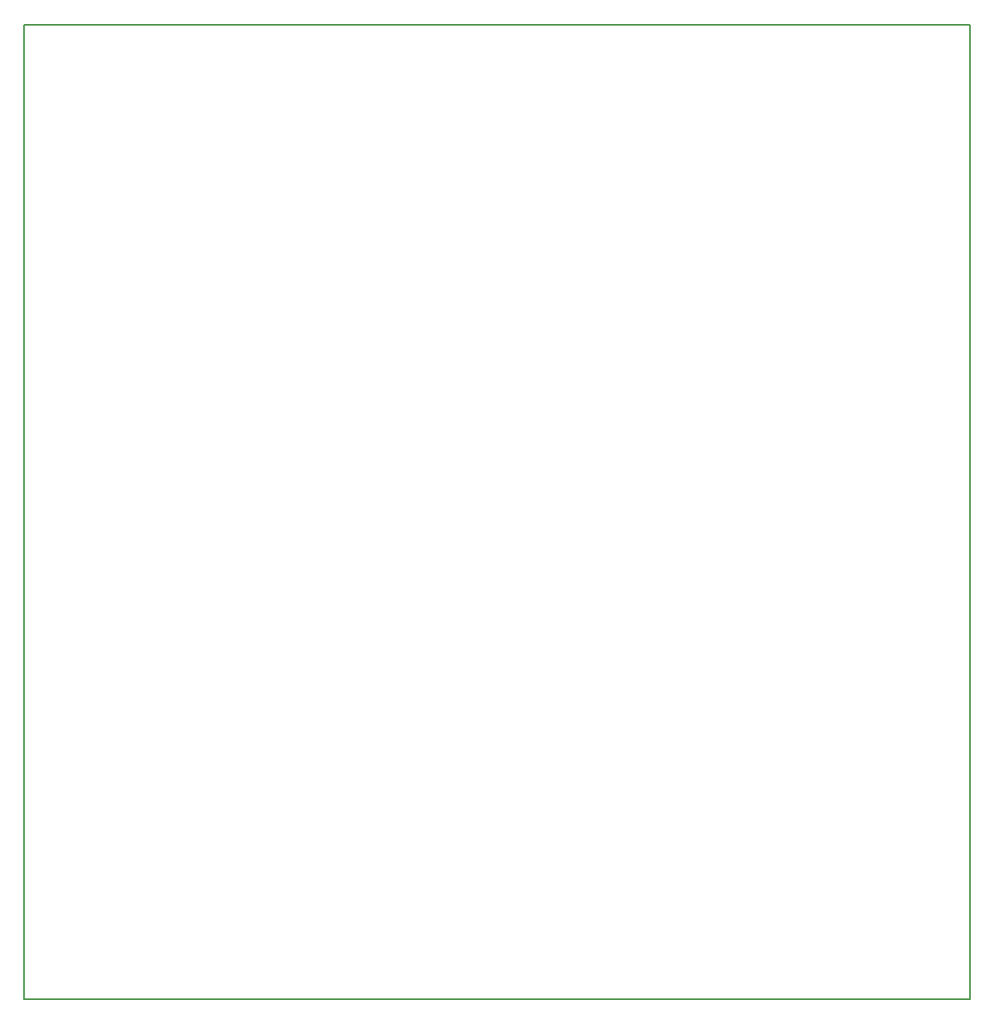
<source format=gbr>
G04 #@! TF.FileFunction,Profile,NP*
%FSLAX46Y46*%
G04 Gerber Fmt 4.6, Leading zero omitted, Abs format (unit mm)*
G04 Created by KiCad (PCBNEW 4.0.7) date 05/11/20 23:09:25*
%MOMM*%
%LPD*%
G01*
G04 APERTURE LIST*
%ADD10C,0.100000*%
%ADD11C,0.150000*%
G04 APERTURE END LIST*
D10*
D11*
X57000000Y-133000000D02*
X57000000Y-30000000D01*
X157000000Y-133000000D02*
X57000000Y-133000000D01*
X157000000Y-30000000D02*
X157000000Y-133000000D01*
X57000000Y-30000000D02*
X157000000Y-30000000D01*
M02*

</source>
